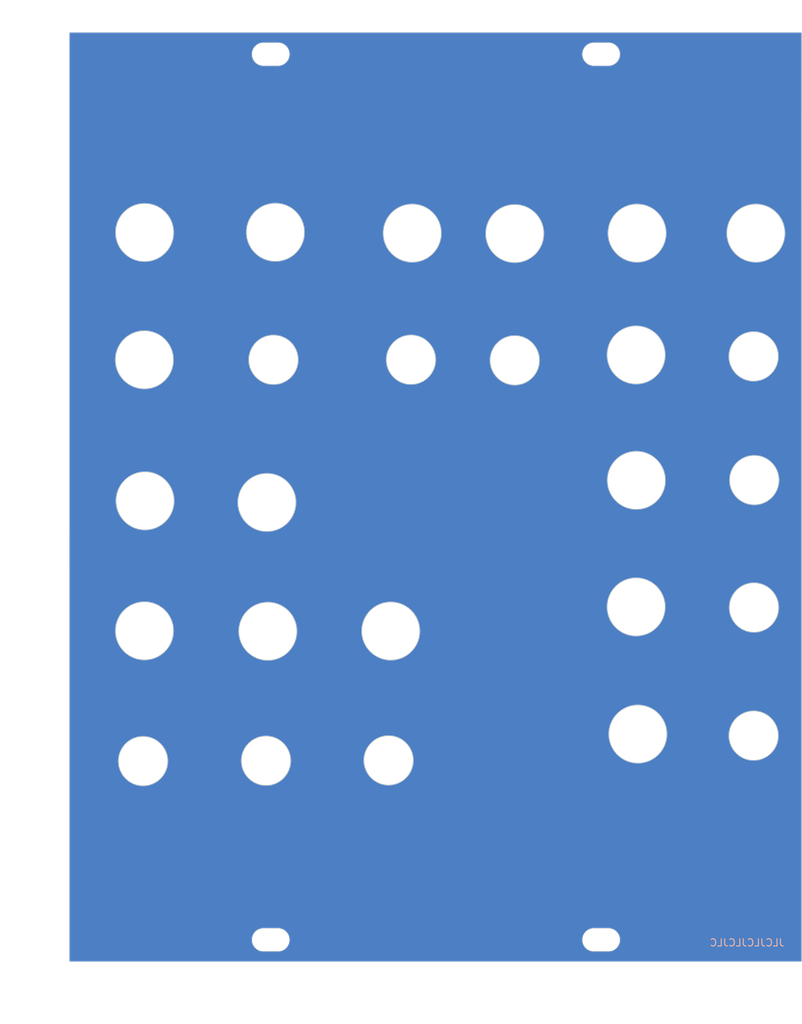
<source format=kicad_pcb>
(kicad_pcb (version 20221018) (generator pcbnew)
  (layers (0 "F.Cu" signal) (31 "B.Cu" signal) (34 "B.Paste" user) (35 "F.Paste" user) (36 "B.SilkS" user "B.Silkscreen") (37 "F.SilkS" user "F.Silkscreen") (38 "B.Mask" user) (39 "F.Mask" user) (44 "Edge.Cuts" user))
  (net 0 "")
  (gr_circle (center 86.01 102.28) (end 90.01 102.28) (stroke (width 0.1)) (fill none) (layer "Edge.Cuts"))
  (gr_line (start 75.55 37.5) (end 176.85 37.5) (stroke (width 0.05)) (layer "Edge.Cuts"))
  (gr_circle (center 170.217856 134.76) (end 173.617856 134.76) (stroke (width 0.1)) (fill none) (layer "Edge.Cuts"))
  (gr_line (start 148.12 42.1) (end 150.12 42.1) (stroke (width 0.05)) (layer "Edge.Cuts"))
  (gr_circle (center 85.93 120.26) (end 89.93 120.26) (stroke (width 0.1)) (fill none) (layer "Edge.Cuts"))
  (gr_arc (start 102.4 42.1) (mid 100.8 40.5) (end 102.4 38.9) (stroke (width 0.05)) (layer "Edge.Cuts"))
  (gr_line (start 104.4 38.9) (end 102.4 38.9) (stroke (width 0.05)) (layer "Edge.Cuts"))
  (gr_line (start 102.4 42.1) (end 104.4 42.1) (stroke (width 0.05)) (layer "Edge.Cuts"))
  (gr_circle (center 104.05 65.13) (end 108.05 65.13) (stroke (width 0.1)) (fill none) (layer "Edge.Cuts"))
  (gr_circle (center 154.09 65.25) (end 158.09 65.25) (stroke (width 0.1)) (fill none) (layer "Edge.Cuts"))
  (gr_line (start 176.85 166) (end 176.85 37.5) (stroke (width 0.05)) (layer "Edge.Cuts"))
  (gr_arc (start 150.12 161.4) (mid 151.72 163) (end 150.12 164.6) (stroke (width 0.05)) (layer "Edge.Cuts"))
  (gr_line (start 102.4 164.6) (end 104.4 164.6) (stroke (width 0.05)) (layer "Edge.Cuts"))
  (gr_arc (start 148.12 42.1) (mid 146.52 40.5) (end 148.12 38.9) (stroke (width 0.05)) (layer "Edge.Cuts"))
  (gr_circle (center 85.737856 138.28) (end 89.137856 138.28) (stroke (width 0.1)) (fill none) (layer "Edge.Cuts"))
  (gr_circle (center 170.307856 99.41) (end 173.707856 99.41) (stroke (width 0.1)) (fill none) (layer "Edge.Cuts"))
  (gr_circle (center 102.870994 102.5) (end 106.870994 102.5) (stroke (width 0.1)) (fill none) (layer "Edge.Cuts"))
  (gr_circle (center 119.707856 138.18) (end 123.107856 138.18) (stroke (width 0.1)) (fill none) (layer "Edge.Cuts"))
  (gr_circle (center 137.17 65.31) (end 141.17 65.31) (stroke (width 0.1)) (fill none) (layer "Edge.Cuts"))
  (gr_circle (center 137.167856 82.84) (end 140.567856 82.84) (stroke (width 0.1)) (fill none) (layer "Edge.Cuts"))
  (gr_circle (center 103.78 82.77) (end 107.18 82.77) (stroke (width 0.1)) (fill none) (layer "Edge.Cuts"))
  (gr_circle (center 103 120.32) (end 107 120.32) (stroke (width 0.1)) (fill none) (layer "Edge.Cuts"))
  (gr_circle (center 85.92 82.77) (end 89.92 82.77) (stroke (width 0.1)) (fill none) (layer "Edge.Cuts"))
  (gr_arc (start 148.12 164.6) (mid 146.52 163) (end 148.12 161.4) (stroke (width 0.05)) (layer "Edge.Cuts"))
  (gr_circle (center 122.807856 82.76) (end 126.207856 82.76) (stroke (width 0.1)) (fill none) (layer "Edge.Cuts"))
  (gr_circle (center 102.747856 138.23) (end 106.147856 138.23) (stroke (width 0.1)) (fill none) (layer "Edge.Cuts"))
  (gr_circle (center 85.95 65.16) (end 89.95 65.16) (stroke (width 0.1)) (fill none) (layer "Edge.Cuts"))
  (gr_circle (center 153.99 99.44) (end 157.99 99.44) (stroke (width 0.1)) (fill none) (layer "Edge.Cuts"))
  (gr_line (start 75.55 37.5) (end 75.55 166) (stroke (width 0.05)) (layer "Edge.Cuts"))
  (gr_circle (center 120.01 120.29) (end 124.01 120.29) (stroke (width 0.1)) (fill none) (layer "Edge.Cuts"))
  (gr_line (start 104.4 161.4) (end 102.4 161.4) (stroke (width 0.05)) (layer "Edge.Cuts"))
  (gr_circle (center 122.98 65.25) (end 126.98 65.25) (stroke (width 0.1)) (fill none) (layer "Edge.Cuts"))
  (gr_circle (center 170.217856 82.3) (end 173.617856 82.3) (stroke (width 0.1)) (fill none) (layer "Edge.Cuts"))
  (gr_arc (start 104.4 161.4) (mid 106 163) (end 104.4 164.6) (stroke (width 0.05)) (layer "Edge.Cuts"))
  (gr_arc (start 102.4 164.6) (mid 100.8 163) (end 102.4 161.4) (stroke (width 0.05)) (layer "Edge.Cuts"))
  (gr_circle (center 170.267856 117.04) (end 173.667856 117.04) (stroke (width 0.1)) (fill none) (layer "Edge.Cuts"))
  (gr_line (start 150.12 161.4) (end 148.12 161.4) (stroke (width 0.05)) (layer "Edge.Cuts"))
  (gr_line (start 75.55 166) (end 176.85 166) (stroke (width 0.05)) (layer "Edge.Cuts"))
  (gr_circle (center 154.2 134.54) (end 158.2 134.54) (stroke (width 0.1)) (fill none) (layer "Edge.Cuts"))
  (gr_circle (center 153.96 116.95) (end 157.96 116.95) (stroke (width 0.1)) (fill none) (layer "Edge.Cuts"))
  (gr_line (start 148.12 164.6) (end 150.12 164.6) (stroke (width 0.05)) (layer "Edge.Cuts"))
  (gr_circle (center 153.96 82.1) (end 157.96 82.1) (stroke (width 0.1)) (fill none) (layer "Edge.Cuts"))
  (gr_arc (start 150.12 38.9) (mid 151.72 40.5) (end 150.12 42.1) (stroke (width 0.05)) (layer "Edge.Cuts"))
  (gr_arc (start 104.4 38.9) (mid 106 40.5) (end 104.4 42.1) (stroke (width 0.05)) (layer "Edge.Cuts"))
  (gr_line (start 150.12 38.9) (end 148.12 38.9) (stroke (width 0.05)) (layer "Edge.Cuts"))
  (gr_circle (center 170.53 65.25) (end 174.53 65.25) (stroke (width 0.1)) (fill none) (layer "Edge.Cuts"))
  (gr_text "JLCJLCJLCJLC\n" (at 174.55 163.98) (layer "B.SilkS") (effects (font (size 1 1)) (justify left bottom mirror)))
  (zone (net 0) (net_name "") (layer "F.Cu") (connect_pads (clearance 0.5)) (min_thickness 0.25) (fill yes (thermal_gap 0.5) (thermal_bridge_width 0.5) (island_removal_mode 1) (island_area_min 10))
    (polygon (pts (xy 176.84 37.5) (xy 176.85 166) (xy 75.54 166) (xy 75.54 37.5)))
  )
  (zone (net 0) (net_name "") (layer "B.Cu") (priority 1) (connect_pads (clearance 0.5)) (min_thickness 0.25) (fill yes (thermal_gap 0.5) (thermal_bridge_width 0.5) (island_removal_mode 1) (island_area_min 10))
    (polygon (pts (xy 75.56 37.5) (xy 176.85 37.5) (xy 176.85 166.01) (xy 75.55 166.01)))
  )
)
</source>
